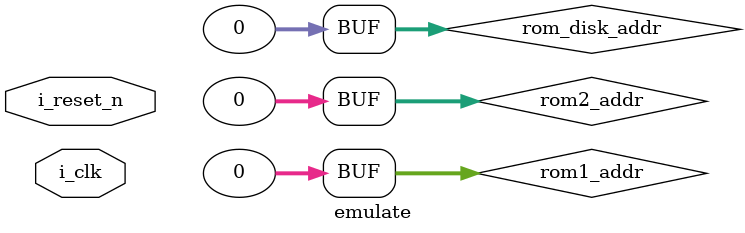
<source format=sv>
`timescale 1ps/1ps

module emulate
(
    input   wire                        i_clk,
    input   wire                        i_reset_n
);

    // interfaces to emulator
    logic[31:0] rom1_addr       /* verilator public */;
    logic[31:0] rom2_addr       /* verilator public */;
    logic[31:0] rom_disk_addr   /* verilator public */;
    logic[31:0] rom1_rdata      /* verilator public */;
    logic[31:0] rom2_rdata      /* verilator public */;
    logic[31:0] rom_disk_rdata  /* verilator public */;
    logic[31:0] cfg_sw          /* verilator public */;

    orion_pro_top
    #(
        .TURBO_CLK_10                   (1'b1)
    )
    u_orion_core
    (
        .i_clk                          (i_clk),
        .i_reset_n                      (i_reset_n),
        .i_cfg_sw                       (cfg_sw[7:0]),
        .o_rom1_addr                    (rom1_addr[12:0]),
        .o_rom2_addr                    (rom2_addr[19:0]),
        .o_rom_dsk_addr                 (rom_disk_addr[19:0]),
        .i_rom1_rdata                   (rom1_rdata[7:0]),
        .i_rom2_rdata                   (rom2_rdata[7:0]),
        .i_rom_dsk_rdata                (rom_disk_rdata[7:0])
    );

initial
begin
    rom1_addr = '0;
    rom2_addr = '0;
    rom_disk_addr = '0;
end

endmodule

</source>
